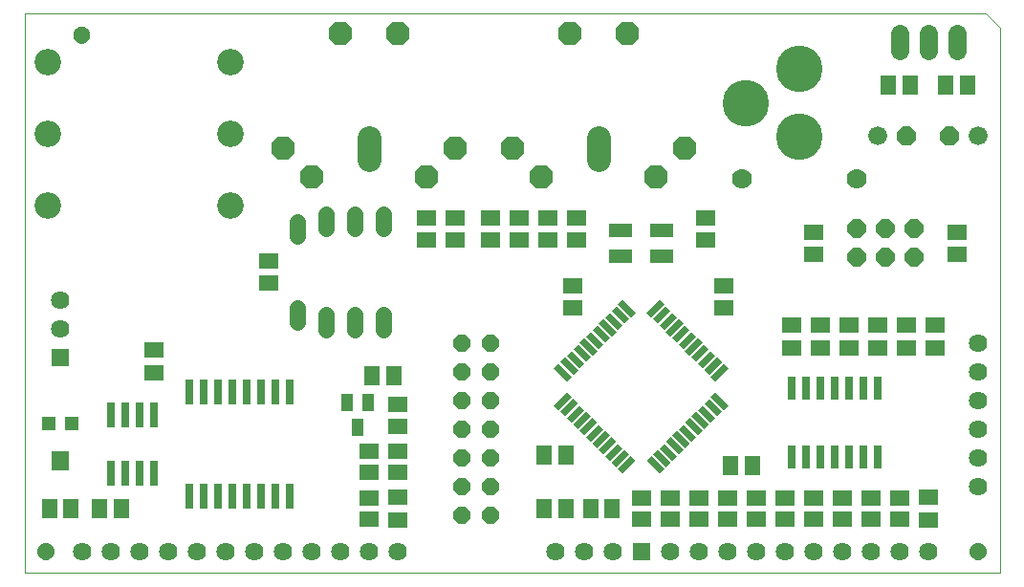
<source format=gts>
G75*
G70*
%OFA0B0*%
%FSLAX24Y24*%
%IPPOS*%
%LPD*%
%AMOC8*
5,1,8,0,0,1.08239X$1,22.5*
%
%ADD10C,0.0000*%
%ADD11C,0.0320*%
%ADD12R,0.0300X0.0840*%
%ADD13C,0.0640*%
%ADD14R,0.0670X0.0552*%
%ADD15C,0.1620*%
%ADD16C,0.0640*%
%ADD17C,0.0700*%
%ADD18OC8,0.0660*%
%ADD19C,0.0660*%
%ADD20R,0.0552X0.0670*%
%ADD21C,0.0926*%
%ADD22R,0.0276X0.0906*%
%ADD23R,0.0640X0.0640*%
%ADD24C,0.0560*%
%ADD25C,0.0820*%
%ADD26OC8,0.0820*%
%ADD27R,0.0631X0.0237*%
%ADD28R,0.0237X0.0631*%
%ADD29OC8,0.0640*%
%ADD30R,0.0788X0.0473*%
%ADD31OC8,0.0600*%
%ADD32R,0.0631X0.0670*%
%ADD33R,0.0512X0.0512*%
%ADD34R,0.0434X0.0591*%
D10*
X000182Y000188D02*
X000182Y019688D01*
X033682Y019688D01*
X034182Y019188D01*
X034182Y000188D01*
X000182Y000188D01*
D11*
X000807Y000938D02*
X000809Y000960D01*
X000815Y000981D01*
X000824Y001000D01*
X000836Y001018D01*
X000852Y001034D01*
X000869Y001046D01*
X000889Y001055D01*
X000910Y001061D01*
X000932Y001063D01*
X000954Y001061D01*
X000975Y001055D01*
X000994Y001046D01*
X001012Y001034D01*
X001028Y001018D01*
X001040Y001000D01*
X001049Y000981D01*
X001055Y000960D01*
X001057Y000938D01*
X001055Y000916D01*
X001049Y000895D01*
X001040Y000876D01*
X001028Y000858D01*
X001012Y000842D01*
X000995Y000830D01*
X000975Y000821D01*
X000954Y000815D01*
X000932Y000813D01*
X000910Y000815D01*
X000889Y000821D01*
X000869Y000830D01*
X000852Y000842D01*
X000836Y000858D01*
X000824Y000875D01*
X000815Y000895D01*
X000809Y000916D01*
X000807Y000938D01*
X002057Y018938D02*
X002059Y018960D01*
X002065Y018981D01*
X002074Y019000D01*
X002086Y019018D01*
X002102Y019034D01*
X002119Y019046D01*
X002139Y019055D01*
X002160Y019061D01*
X002182Y019063D01*
X002204Y019061D01*
X002225Y019055D01*
X002244Y019046D01*
X002262Y019034D01*
X002278Y019018D01*
X002290Y019000D01*
X002299Y018981D01*
X002305Y018960D01*
X002307Y018938D01*
X002305Y018916D01*
X002299Y018895D01*
X002290Y018876D01*
X002278Y018858D01*
X002262Y018842D01*
X002245Y018830D01*
X002225Y018821D01*
X002204Y018815D01*
X002182Y018813D01*
X002160Y018815D01*
X002139Y018821D01*
X002119Y018830D01*
X002102Y018842D01*
X002086Y018858D01*
X002074Y018875D01*
X002065Y018895D01*
X002059Y018916D01*
X002057Y018938D01*
X033307Y000938D02*
X033309Y000960D01*
X033315Y000981D01*
X033324Y001000D01*
X033336Y001018D01*
X033352Y001034D01*
X033369Y001046D01*
X033389Y001055D01*
X033410Y001061D01*
X033432Y001063D01*
X033454Y001061D01*
X033475Y001055D01*
X033494Y001046D01*
X033512Y001034D01*
X033528Y001018D01*
X033540Y001000D01*
X033549Y000981D01*
X033555Y000960D01*
X033557Y000938D01*
X033555Y000916D01*
X033549Y000895D01*
X033540Y000876D01*
X033528Y000858D01*
X033512Y000842D01*
X033495Y000830D01*
X033475Y000821D01*
X033454Y000815D01*
X033432Y000813D01*
X033410Y000815D01*
X033389Y000821D01*
X033369Y000830D01*
X033352Y000842D01*
X033336Y000858D01*
X033324Y000875D01*
X033315Y000895D01*
X033309Y000916D01*
X033307Y000938D01*
D12*
X029932Y004228D03*
X029432Y004228D03*
X028932Y004228D03*
X028432Y004228D03*
X027932Y004228D03*
X027432Y004228D03*
X026932Y004228D03*
X026932Y006648D03*
X027432Y006648D03*
X027932Y006648D03*
X028432Y006648D03*
X028932Y006648D03*
X029432Y006648D03*
X029932Y006648D03*
D13*
X033432Y006188D03*
X033432Y007188D03*
X033432Y008188D03*
X033432Y005188D03*
X033432Y004188D03*
X033432Y003188D03*
X031682Y000938D03*
X030682Y000938D03*
X029682Y000938D03*
X028682Y000938D03*
X027682Y000938D03*
X026682Y000938D03*
X025682Y000938D03*
X024682Y000938D03*
X023682Y000938D03*
X022682Y000938D03*
X020682Y000938D03*
X019682Y000938D03*
X018682Y000938D03*
X013182Y000938D03*
X012182Y000938D03*
X011182Y000938D03*
X010182Y000938D03*
X009182Y000938D03*
X008182Y000938D03*
X007182Y000938D03*
X006182Y000938D03*
X005182Y000938D03*
X004182Y000938D03*
X003182Y000938D03*
X002182Y000938D03*
X001432Y008688D03*
X001432Y009688D03*
D14*
X004682Y007956D03*
X004682Y007169D03*
X008682Y010314D03*
X008682Y011062D03*
X014182Y011814D03*
X014182Y012562D03*
X015182Y012562D03*
X015182Y011814D03*
X016432Y011814D03*
X016432Y012562D03*
X017432Y012562D03*
X017432Y011814D03*
X018432Y011814D03*
X018432Y012562D03*
X019432Y012581D03*
X019432Y011794D03*
X019307Y010206D03*
X019307Y009419D03*
X023932Y011794D03*
X023932Y012581D03*
X027682Y012062D03*
X027682Y011314D03*
X024557Y010206D03*
X024557Y009419D03*
X026932Y008831D03*
X027932Y008831D03*
X028932Y008831D03*
X029932Y008831D03*
X030932Y008831D03*
X031932Y008831D03*
X031932Y008044D03*
X030932Y008044D03*
X029932Y008044D03*
X028932Y008044D03*
X027932Y008044D03*
X026932Y008044D03*
X032682Y011294D03*
X032682Y012081D03*
X031682Y002831D03*
X030682Y002812D03*
X029682Y002812D03*
X028682Y002812D03*
X027682Y002812D03*
X026682Y002812D03*
X025682Y002812D03*
X024682Y002812D03*
X023682Y002812D03*
X022682Y002812D03*
X021682Y002812D03*
X021682Y002064D03*
X022682Y002064D03*
X023682Y002064D03*
X024682Y002064D03*
X025682Y002064D03*
X026682Y002064D03*
X027682Y002064D03*
X028682Y002064D03*
X029682Y002064D03*
X030682Y002064D03*
X031682Y002044D03*
X013182Y002044D03*
X012182Y002064D03*
X012182Y002812D03*
X013182Y002831D03*
X013182Y003689D03*
X013182Y004437D03*
X012182Y004437D03*
X012182Y003689D03*
X013182Y005314D03*
X013182Y006062D03*
D15*
X027182Y015394D03*
X025332Y016575D03*
X027182Y017756D03*
D16*
X030682Y018388D02*
X030682Y018988D01*
X031682Y018988D02*
X031682Y018388D01*
X032682Y018388D02*
X032682Y018988D01*
D17*
X029182Y013938D03*
X025182Y013938D03*
D18*
X030932Y015438D03*
X032432Y015438D03*
D19*
X033432Y015438D03*
X029932Y015438D03*
D20*
X030289Y017188D03*
X031076Y017188D03*
X032289Y017188D03*
X033076Y017188D03*
X013056Y007063D03*
X012308Y007063D03*
X018289Y004313D03*
X019076Y004313D03*
X019076Y002438D03*
X018289Y002438D03*
X019933Y002438D03*
X020681Y002438D03*
X024789Y003938D03*
X025576Y003938D03*
X003556Y002438D03*
X002808Y002438D03*
X001806Y002438D03*
X001058Y002438D03*
D21*
X000993Y012988D03*
X000993Y015488D03*
X000993Y017988D03*
X007371Y017988D03*
X007371Y015488D03*
X007371Y012988D03*
D22*
X007432Y006499D03*
X006932Y006499D03*
X006432Y006499D03*
X005932Y006499D03*
X004682Y005711D03*
X004182Y005711D03*
X003682Y005711D03*
X003182Y005711D03*
X003182Y003664D03*
X003682Y003664D03*
X004182Y003664D03*
X004682Y003664D03*
X005932Y002877D03*
X006432Y002877D03*
X006932Y002877D03*
X007432Y002877D03*
X007932Y002877D03*
X008432Y002877D03*
X008932Y002877D03*
X009432Y002877D03*
X009432Y006499D03*
X008932Y006499D03*
X008432Y006499D03*
X007932Y006499D03*
D23*
X001432Y007688D03*
X021682Y000938D03*
D24*
X012682Y008668D02*
X012682Y009188D01*
X011682Y009188D02*
X011682Y008668D01*
X010682Y008668D02*
X010682Y009188D01*
X009682Y008928D02*
X009682Y009448D01*
X009682Y011928D02*
X009682Y012448D01*
X010682Y012188D02*
X010682Y012708D01*
X011682Y012708D02*
X011682Y012188D01*
X012682Y012188D02*
X012682Y012708D01*
D25*
X012182Y014598D02*
X012182Y015378D01*
X020182Y015378D02*
X020182Y014598D01*
D26*
X018182Y013988D03*
X017182Y014988D03*
X015182Y014988D03*
X014182Y013988D03*
X010182Y013988D03*
X009182Y014988D03*
X011182Y018988D03*
X013182Y018988D03*
X019182Y018988D03*
X021182Y018988D03*
X023182Y014988D03*
X022182Y013988D03*
D27*
G36*
X021877Y009277D02*
X022322Y009722D01*
X022489Y009555D01*
X022044Y009110D01*
X021877Y009277D01*
G37*
G36*
X022100Y009054D02*
X022545Y009499D01*
X022712Y009332D01*
X022267Y008887D01*
X022100Y009054D01*
G37*
G36*
X022323Y008831D02*
X022768Y009276D01*
X022935Y009109D01*
X022490Y008664D01*
X022323Y008831D01*
G37*
G36*
X022546Y008609D02*
X022991Y009054D01*
X023158Y008887D01*
X022713Y008442D01*
X022546Y008609D01*
G37*
G36*
X022768Y008386D02*
X023213Y008831D01*
X023380Y008664D01*
X022935Y008219D01*
X022768Y008386D01*
G37*
G36*
X022991Y008163D02*
X023436Y008608D01*
X023603Y008441D01*
X023158Y007996D01*
X022991Y008163D01*
G37*
G36*
X023214Y007941D02*
X023659Y008386D01*
X023826Y008219D01*
X023381Y007774D01*
X023214Y007941D01*
G37*
G36*
X023436Y007718D02*
X023881Y008163D01*
X024048Y007996D01*
X023603Y007551D01*
X023436Y007718D01*
G37*
G36*
X023659Y007495D02*
X024104Y007940D01*
X024271Y007773D01*
X023826Y007328D01*
X023659Y007495D01*
G37*
G36*
X023882Y007272D02*
X024327Y007717D01*
X024494Y007550D01*
X024049Y007105D01*
X023882Y007272D01*
G37*
G36*
X024105Y007050D02*
X024550Y007495D01*
X024717Y007328D01*
X024272Y006883D01*
X024105Y007050D01*
G37*
G36*
X019984Y004711D02*
X020429Y005156D01*
X020596Y004989D01*
X020151Y004544D01*
X019984Y004711D01*
G37*
G36*
X019762Y004934D02*
X020207Y005379D01*
X020374Y005212D01*
X019929Y004767D01*
X019762Y004934D01*
G37*
G36*
X019539Y005157D02*
X019984Y005602D01*
X020151Y005435D01*
X019706Y004990D01*
X019539Y005157D01*
G37*
G36*
X019316Y005379D02*
X019761Y005824D01*
X019928Y005657D01*
X019483Y005212D01*
X019316Y005379D01*
G37*
G36*
X019094Y005602D02*
X019539Y006047D01*
X019706Y005880D01*
X019261Y005435D01*
X019094Y005602D01*
G37*
G36*
X018871Y005825D02*
X019316Y006270D01*
X019483Y006103D01*
X019038Y005658D01*
X018871Y005825D01*
G37*
G36*
X018648Y006048D02*
X019093Y006493D01*
X019260Y006326D01*
X018815Y005881D01*
X018648Y006048D01*
G37*
G36*
X020207Y004489D02*
X020652Y004934D01*
X020819Y004767D01*
X020374Y004322D01*
X020207Y004489D01*
G37*
G36*
X020430Y004266D02*
X020875Y004711D01*
X021042Y004544D01*
X020597Y004099D01*
X020430Y004266D01*
G37*
G36*
X020653Y004043D02*
X021098Y004488D01*
X021265Y004321D01*
X020820Y003876D01*
X020653Y004043D01*
G37*
G36*
X020875Y003820D02*
X021320Y004265D01*
X021487Y004098D01*
X021042Y003653D01*
X020875Y003820D01*
G37*
D28*
G36*
X021877Y004098D02*
X022044Y004265D01*
X022489Y003820D01*
X022322Y003653D01*
X021877Y004098D01*
G37*
G36*
X022100Y004321D02*
X022267Y004488D01*
X022712Y004043D01*
X022545Y003876D01*
X022100Y004321D01*
G37*
G36*
X022323Y004544D02*
X022490Y004711D01*
X022935Y004266D01*
X022768Y004099D01*
X022323Y004544D01*
G37*
G36*
X022546Y004767D02*
X022713Y004934D01*
X023158Y004489D01*
X022991Y004322D01*
X022546Y004767D01*
G37*
G36*
X022768Y004989D02*
X022935Y005156D01*
X023380Y004711D01*
X023213Y004544D01*
X022768Y004989D01*
G37*
G36*
X022991Y005212D02*
X023158Y005379D01*
X023603Y004934D01*
X023436Y004767D01*
X022991Y005212D01*
G37*
G36*
X023214Y005435D02*
X023381Y005602D01*
X023826Y005157D01*
X023659Y004990D01*
X023214Y005435D01*
G37*
G36*
X023436Y005657D02*
X023603Y005824D01*
X024048Y005379D01*
X023881Y005212D01*
X023436Y005657D01*
G37*
G36*
X023659Y005880D02*
X023826Y006047D01*
X024271Y005602D01*
X024104Y005435D01*
X023659Y005880D01*
G37*
G36*
X023882Y006103D02*
X024049Y006270D01*
X024494Y005825D01*
X024327Y005658D01*
X023882Y006103D01*
G37*
G36*
X024105Y006326D02*
X024272Y006493D01*
X024717Y006048D01*
X024550Y005881D01*
X024105Y006326D01*
G37*
G36*
X019984Y008664D02*
X020151Y008831D01*
X020596Y008386D01*
X020429Y008219D01*
X019984Y008664D01*
G37*
G36*
X020207Y008887D02*
X020374Y009054D01*
X020819Y008609D01*
X020652Y008442D01*
X020207Y008887D01*
G37*
G36*
X020430Y009109D02*
X020597Y009276D01*
X021042Y008831D01*
X020875Y008664D01*
X020430Y009109D01*
G37*
G36*
X020653Y009332D02*
X020820Y009499D01*
X021265Y009054D01*
X021098Y008887D01*
X020653Y009332D01*
G37*
G36*
X020875Y009555D02*
X021042Y009722D01*
X021487Y009277D01*
X021320Y009110D01*
X020875Y009555D01*
G37*
G36*
X019762Y008441D02*
X019929Y008608D01*
X020374Y008163D01*
X020207Y007996D01*
X019762Y008441D01*
G37*
G36*
X019539Y008219D02*
X019706Y008386D01*
X020151Y007941D01*
X019984Y007774D01*
X019539Y008219D01*
G37*
G36*
X019316Y007996D02*
X019483Y008163D01*
X019928Y007718D01*
X019761Y007551D01*
X019316Y007996D01*
G37*
G36*
X019094Y007773D02*
X019261Y007940D01*
X019706Y007495D01*
X019539Y007328D01*
X019094Y007773D01*
G37*
G36*
X018871Y007550D02*
X019038Y007717D01*
X019483Y007272D01*
X019316Y007105D01*
X018871Y007550D01*
G37*
G36*
X018648Y007328D02*
X018815Y007495D01*
X019260Y007050D01*
X019093Y006883D01*
X018648Y007328D01*
G37*
D29*
X029182Y011188D03*
X030182Y011188D03*
X031182Y011188D03*
X031182Y012188D03*
X030182Y012188D03*
X029182Y012188D03*
D30*
X022411Y012140D03*
X022411Y011235D03*
X020954Y011235D03*
X020954Y012140D03*
D31*
X016432Y008188D03*
X015432Y008188D03*
X015432Y007188D03*
X016432Y007188D03*
X016432Y006188D03*
X015432Y006188D03*
X015432Y005188D03*
X016432Y005188D03*
X016432Y004188D03*
X015432Y004188D03*
X015432Y003188D03*
X016432Y003188D03*
X016432Y002188D03*
X015432Y002188D03*
D32*
X001432Y004097D03*
D33*
X001039Y005406D03*
X001826Y005406D03*
D34*
X011433Y006121D03*
X012181Y006121D03*
X011807Y005255D03*
M02*

</source>
